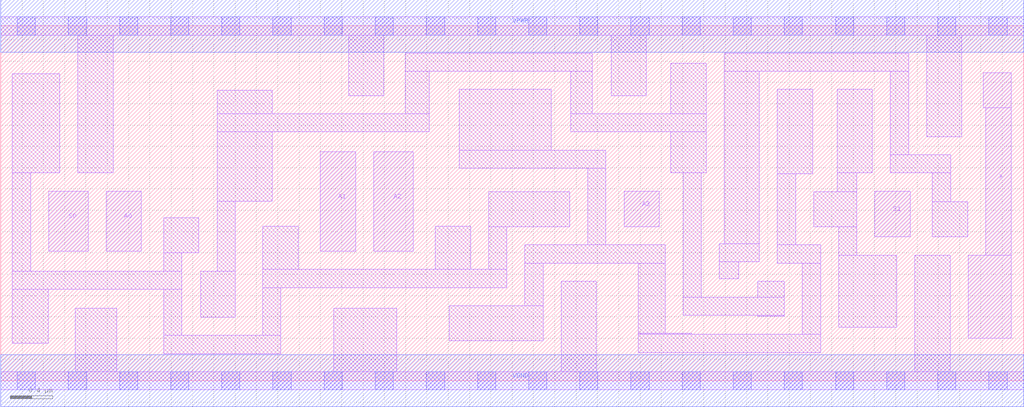
<source format=lef>
# Copyright 2020 The SkyWater PDK Authors
#
# Licensed under the Apache License, Version 2.0 (the "License");
# you may not use this file except in compliance with the License.
# You may obtain a copy of the License at
#
#     https://www.apache.org/licenses/LICENSE-2.0
#
# Unless required by applicable law or agreed to in writing, software
# distributed under the License is distributed on an "AS IS" BASIS,
# WITHOUT WARRANTIES OR CONDITIONS OF ANY KIND, either express or implied.
# See the License for the specific language governing permissions and
# limitations under the License.
#
# SPDX-License-Identifier: Apache-2.0

VERSION 5.7 ;
  NAMESCASESENSITIVE ON ;
  NOWIREEXTENSIONATPIN ON ;
  DIVIDERCHAR "/" ;
  BUSBITCHARS "[]" ;
UNITS
  DATABASE MICRONS 200 ;
END UNITS
MACRO sky130_fd_sc_hs__mux4_1
  CLASS CORE ;
  FOREIGN sky130_fd_sc_hs__mux4_1 ;
  ORIGIN  0.000000  0.000000 ;
  SIZE  9.600000 BY  3.330000 ;
  SYMMETRY X Y ;
  SITE unit ;
  PIN A0
    ANTENNAGATEAREA  0.246000 ;
    DIRECTION INPUT ;
    USE SIGNAL ;
    PORT
      LAYER li1 ;
        RECT 0.990000 1.215000 1.320000 1.780000 ;
    END
  END A0
  PIN A1
    ANTENNAGATEAREA  0.246000 ;
    DIRECTION INPUT ;
    USE SIGNAL ;
    PORT
      LAYER li1 ;
        RECT 3.000000 1.215000 3.330000 2.150000 ;
    END
  END A1
  PIN A2
    ANTENNAGATEAREA  0.246000 ;
    DIRECTION INPUT ;
    USE SIGNAL ;
    PORT
      LAYER li1 ;
        RECT 3.500000 1.215000 3.870000 2.150000 ;
    END
  END A2
  PIN A3
    ANTENNAGATEAREA  0.246000 ;
    DIRECTION INPUT ;
    USE SIGNAL ;
    PORT
      LAYER li1 ;
        RECT 5.850000 1.445000 6.180000 1.780000 ;
    END
  END A3
  PIN S0
    ANTENNAGATEAREA  0.738000 ;
    DIRECTION INPUT ;
    USE SIGNAL ;
    PORT
      LAYER li1 ;
        RECT 0.450000 1.215000 0.820000 1.780000 ;
    END
  END S0
  PIN S1
    ANTENNAGATEAREA  0.492000 ;
    DIRECTION INPUT ;
    USE SIGNAL ;
    PORT
      LAYER li1 ;
        RECT 8.205000 1.350000 8.535000 1.780000 ;
    END
  END S1
  PIN X
    ANTENNADIFFAREA  0.558100 ;
    DIRECTION OUTPUT ;
    USE SIGNAL ;
    PORT
      LAYER li1 ;
        RECT 9.080000 0.400000 9.485000 1.180000 ;
        RECT 9.220000 2.560000 9.485000 2.890000 ;
        RECT 9.245000 1.180000 9.485000 2.560000 ;
    END
  END X
  PIN VGND
    DIRECTION INOUT ;
    USE GROUND ;
    PORT
      LAYER met1 ;
        RECT 0.000000 -0.245000 9.600000 0.245000 ;
    END
  END VGND
  PIN VPWR
    DIRECTION INOUT ;
    USE POWER ;
    PORT
      LAYER met1 ;
        RECT 0.000000 3.085000 9.600000 3.575000 ;
    END
  END VPWR
  OBS
    LAYER li1 ;
      RECT 0.000000 -0.085000 9.600000 0.085000 ;
      RECT 0.000000  3.245000 9.600000 3.415000 ;
      RECT 0.110000  0.350000 0.445000 0.860000 ;
      RECT 0.110000  0.860000 1.700000 1.030000 ;
      RECT 0.110000  1.030000 0.280000 1.950000 ;
      RECT 0.110000  1.950000 0.555000 2.880000 ;
      RECT 0.700000  0.085000 1.090000 0.680000 ;
      RECT 0.725000  1.950000 1.055000 3.245000 ;
      RECT 1.530000  0.255000 2.630000 0.425000 ;
      RECT 1.530000  0.425000 1.700000 0.860000 ;
      RECT 1.530000  1.030000 1.700000 1.200000 ;
      RECT 1.530000  1.200000 1.860000 1.530000 ;
      RECT 1.875000  0.595000 2.200000 1.030000 ;
      RECT 2.030000  1.030000 2.200000 1.685000 ;
      RECT 2.030000  1.685000 2.550000 2.335000 ;
      RECT 2.030000  2.335000 4.020000 2.505000 ;
      RECT 2.030000  2.505000 2.550000 2.725000 ;
      RECT 2.460000  0.425000 2.630000 0.875000 ;
      RECT 2.460000  0.875000 4.750000 1.045000 ;
      RECT 2.460000  1.045000 2.790000 1.450000 ;
      RECT 3.125000  0.085000 3.715000 0.680000 ;
      RECT 3.265000  2.675000 3.595000 3.245000 ;
      RECT 3.795000  2.505000 4.020000 2.905000 ;
      RECT 3.795000  2.905000 5.550000 3.075000 ;
      RECT 4.080000  1.045000 4.410000 1.450000 ;
      RECT 4.210000  0.375000 5.090000 0.705000 ;
      RECT 4.305000  1.995000 5.680000 2.165000 ;
      RECT 4.305000  2.165000 5.165000 2.735000 ;
      RECT 4.580000  1.045000 4.750000 1.445000 ;
      RECT 4.580000  1.445000 5.340000 1.775000 ;
      RECT 4.920000  0.705000 5.090000 1.105000 ;
      RECT 4.920000  1.105000 6.235000 1.275000 ;
      RECT 5.260000  0.085000 5.590000 0.935000 ;
      RECT 5.350000  2.335000 6.620000 2.505000 ;
      RECT 5.350000  2.505000 5.550000 2.905000 ;
      RECT 5.510000  1.275000 5.680000 1.995000 ;
      RECT 5.730000  2.675000 6.060000 3.245000 ;
      RECT 5.985000  0.265000 7.695000 0.435000 ;
      RECT 5.985000  0.435000 6.485000 0.445000 ;
      RECT 5.985000  0.445000 6.235000 1.105000 ;
      RECT 6.290000  1.950000 6.620000 2.335000 ;
      RECT 6.290000  2.505000 6.620000 2.980000 ;
      RECT 6.405000  0.615000 7.355000 0.785000 ;
      RECT 6.405000  0.785000 6.575000 1.950000 ;
      RECT 6.745000  0.955000 6.925000 1.115000 ;
      RECT 6.745000  1.115000 7.120000 1.285000 ;
      RECT 6.790000  1.285000 7.120000 2.905000 ;
      RECT 6.790000  2.905000 8.520000 3.075000 ;
      RECT 7.105000  0.605000 7.355000 0.615000 ;
      RECT 7.105000  0.785000 7.355000 0.935000 ;
      RECT 7.290000  1.105000 7.695000 1.275000 ;
      RECT 7.290000  1.275000 7.460000 1.945000 ;
      RECT 7.290000  1.945000 7.620000 2.735000 ;
      RECT 7.525000  0.435000 7.695000 1.105000 ;
      RECT 7.630000  1.445000 8.035000 1.775000 ;
      RECT 7.850000  1.775000 8.035000 1.950000 ;
      RECT 7.850000  1.950000 8.180000 2.735000 ;
      RECT 7.865000  0.500000 8.410000 1.180000 ;
      RECT 7.865000  1.180000 8.035000 1.445000 ;
      RECT 8.350000  1.950000 8.915000 2.120000 ;
      RECT 8.350000  2.120000 8.520000 2.905000 ;
      RECT 8.580000  0.085000 8.910000 1.180000 ;
      RECT 8.690000  2.290000 9.020000 3.245000 ;
      RECT 8.745000  1.350000 9.075000 1.680000 ;
      RECT 8.745000  1.680000 8.915000 1.950000 ;
    LAYER mcon ;
      RECT 0.155000 -0.085000 0.325000 0.085000 ;
      RECT 0.155000  3.245000 0.325000 3.415000 ;
      RECT 0.635000 -0.085000 0.805000 0.085000 ;
      RECT 0.635000  3.245000 0.805000 3.415000 ;
      RECT 1.115000 -0.085000 1.285000 0.085000 ;
      RECT 1.115000  3.245000 1.285000 3.415000 ;
      RECT 1.595000 -0.085000 1.765000 0.085000 ;
      RECT 1.595000  3.245000 1.765000 3.415000 ;
      RECT 2.075000 -0.085000 2.245000 0.085000 ;
      RECT 2.075000  3.245000 2.245000 3.415000 ;
      RECT 2.555000 -0.085000 2.725000 0.085000 ;
      RECT 2.555000  3.245000 2.725000 3.415000 ;
      RECT 3.035000 -0.085000 3.205000 0.085000 ;
      RECT 3.035000  3.245000 3.205000 3.415000 ;
      RECT 3.515000 -0.085000 3.685000 0.085000 ;
      RECT 3.515000  3.245000 3.685000 3.415000 ;
      RECT 3.995000 -0.085000 4.165000 0.085000 ;
      RECT 3.995000  3.245000 4.165000 3.415000 ;
      RECT 4.475000 -0.085000 4.645000 0.085000 ;
      RECT 4.475000  3.245000 4.645000 3.415000 ;
      RECT 4.955000 -0.085000 5.125000 0.085000 ;
      RECT 4.955000  3.245000 5.125000 3.415000 ;
      RECT 5.435000 -0.085000 5.605000 0.085000 ;
      RECT 5.435000  3.245000 5.605000 3.415000 ;
      RECT 5.915000 -0.085000 6.085000 0.085000 ;
      RECT 5.915000  3.245000 6.085000 3.415000 ;
      RECT 6.395000 -0.085000 6.565000 0.085000 ;
      RECT 6.395000  3.245000 6.565000 3.415000 ;
      RECT 6.875000 -0.085000 7.045000 0.085000 ;
      RECT 6.875000  3.245000 7.045000 3.415000 ;
      RECT 7.355000 -0.085000 7.525000 0.085000 ;
      RECT 7.355000  3.245000 7.525000 3.415000 ;
      RECT 7.835000 -0.085000 8.005000 0.085000 ;
      RECT 7.835000  3.245000 8.005000 3.415000 ;
      RECT 8.315000 -0.085000 8.485000 0.085000 ;
      RECT 8.315000  3.245000 8.485000 3.415000 ;
      RECT 8.795000 -0.085000 8.965000 0.085000 ;
      RECT 8.795000  3.245000 8.965000 3.415000 ;
      RECT 9.275000 -0.085000 9.445000 0.085000 ;
      RECT 9.275000  3.245000 9.445000 3.415000 ;
  END
END sky130_fd_sc_hs__mux4_1
END LIBRARY

</source>
